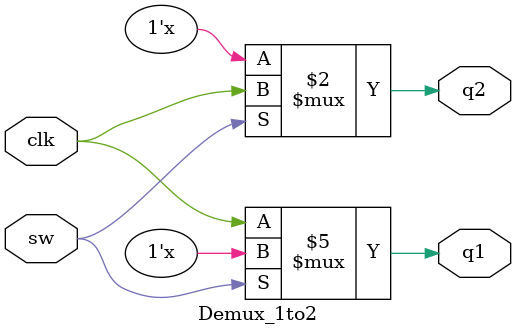
<source format=v>
module Demux_1to2(

	input clk, sw,
	output reg q1, q2
    );

	always @(sw)
		begin
			case(sw)
				0: q1 <= clk;
				1: q2 <= clk;
				default q1 <= clk;
			endcase
		end
		
endmodule

</source>
